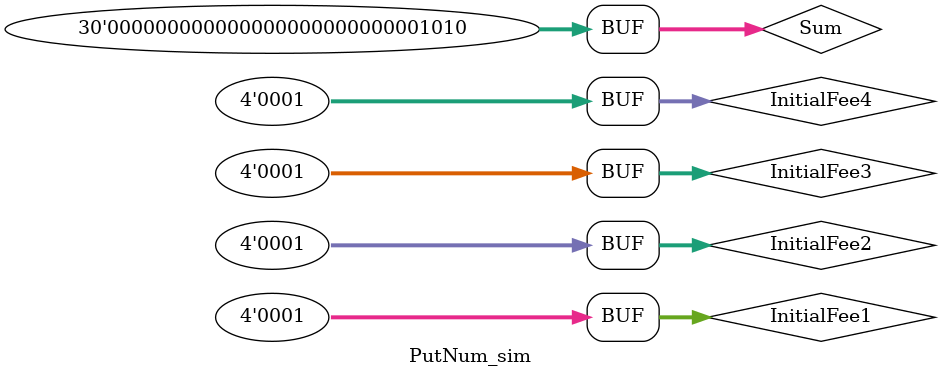
<source format=v>
`timescale 1ps / 1ps


module PutNum_sim(

    );
    
    reg [30:1] Sum=0;
    reg [4:1] InitialFee4=0;
    reg [4:1] InitialFee3=0;
        reg [4:1] InitialFee2=0;
        reg [4:1] InitialFee1=0;
        wire [5:1] Number1;
        wire [5:1] Number2;
        wire [5:1] Number3;
        wire [5:1] Number4;
        wire [5:1] Number5;
        wire [5:1] Number6;
        wire [5:1] Number7;
        wire [5:1] Number8;
        
        PutNum PutNumTest(
            Sum,
            InitialFee4,
            InitialFee3,
            InitialFee2,
            InitialFee1,
            Number1,
            Number2,
            Number3,
            Number4,
            Number5,
            Number6,
            Number7,
            Number8
        
        );
        
        initial
        begin
            #10 Sum = 10;
            #10 InitialFee1 = 'b1;
            #10 InitialFee2 = 'b1;
            #10 InitialFee3 = 'b1;
            #10 InitialFee4 = 'b1;
        end
endmodule

</source>
